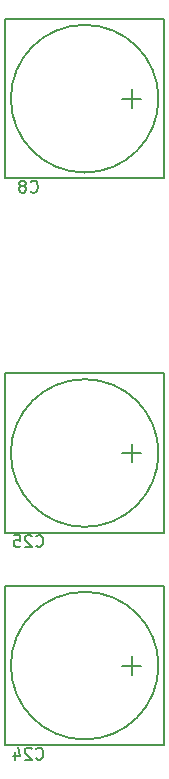
<source format=gbr>
G04 #@! TF.GenerationSoftware,KiCad,Pcbnew,5.0.2+dfsg1-1~bpo9+1*
G04 #@! TF.CreationDate,2019-06-05T17:15:04-04:00*
G04 #@! TF.ProjectId,SCARAMotorFeedbackController,53434152-414d-46f7-946f-724665656462,rev?*
G04 #@! TF.SameCoordinates,Original*
G04 #@! TF.FileFunction,Legend,Bot*
G04 #@! TF.FilePolarity,Positive*
%FSLAX46Y46*%
G04 Gerber Fmt 4.6, Leading zero omitted, Abs format (unit mm)*
G04 Created by KiCad (PCBNEW 5.0.2+dfsg1-1~bpo9+1) date Wed 05 Jun 2019 05:15:04 PM EDT*
%MOMM*%
%LPD*%
G01*
G04 APERTURE LIST*
%ADD10C,0.150000*%
G04 APERTURE END LIST*
D10*
G04 #@! TO.C,C8*
X70250000Y74250000D02*
X70250000Y87750000D01*
X70250000Y87750000D02*
X83750000Y87750000D01*
X83750000Y87750000D02*
X83750000Y74250000D01*
X83750000Y74250000D02*
X70250000Y74250000D01*
X83250000Y81000000D02*
G75*
G03X83250000Y81000000I-6250000J0D01*
G01*
X81800000Y81000000D02*
X80200000Y81000000D01*
X81000000Y80200000D02*
X81000000Y81800000D01*
G04 #@! TO.C,C24*
X81000000Y32200000D02*
X81000000Y33800000D01*
X81800000Y33000000D02*
X80200000Y33000000D01*
X83250000Y33000000D02*
G75*
G03X83250000Y33000000I-6250000J0D01*
G01*
X83750000Y26250000D02*
X70250000Y26250000D01*
X83750000Y39750000D02*
X83750000Y26250000D01*
X70250000Y39750000D02*
X83750000Y39750000D01*
X70250000Y26250000D02*
X70250000Y39750000D01*
G04 #@! TO.C,C25*
X70250000Y44250000D02*
X70250000Y57750000D01*
X70250000Y57750000D02*
X83750000Y57750000D01*
X83750000Y57750000D02*
X83750000Y44250000D01*
X83750000Y44250000D02*
X70250000Y44250000D01*
X83250000Y51000000D02*
G75*
G03X83250000Y51000000I-6250000J0D01*
G01*
X81800000Y51000000D02*
X80200000Y51000000D01*
X81000000Y50200000D02*
X81000000Y51800000D01*
G04 #@! TO.C,C8*
X72416666Y73142857D02*
X72464285Y73095238D01*
X72607142Y73047619D01*
X72702380Y73047619D01*
X72845238Y73095238D01*
X72940476Y73190476D01*
X72988095Y73285714D01*
X73035714Y73476190D01*
X73035714Y73619047D01*
X72988095Y73809523D01*
X72940476Y73904761D01*
X72845238Y74000000D01*
X72702380Y74047619D01*
X72607142Y74047619D01*
X72464285Y74000000D01*
X72416666Y73952380D01*
X71845238Y73619047D02*
X71940476Y73666666D01*
X71988095Y73714285D01*
X72035714Y73809523D01*
X72035714Y73857142D01*
X71988095Y73952380D01*
X71940476Y74000000D01*
X71845238Y74047619D01*
X71654761Y74047619D01*
X71559523Y74000000D01*
X71511904Y73952380D01*
X71464285Y73857142D01*
X71464285Y73809523D01*
X71511904Y73714285D01*
X71559523Y73666666D01*
X71654761Y73619047D01*
X71845238Y73619047D01*
X71940476Y73571428D01*
X71988095Y73523809D01*
X72035714Y73428571D01*
X72035714Y73238095D01*
X71988095Y73142857D01*
X71940476Y73095238D01*
X71845238Y73047619D01*
X71654761Y73047619D01*
X71559523Y73095238D01*
X71511904Y73142857D01*
X71464285Y73238095D01*
X71464285Y73428571D01*
X71511904Y73523809D01*
X71559523Y73571428D01*
X71654761Y73619047D01*
G04 #@! TO.C,C24*
X72892857Y25142857D02*
X72940476Y25095238D01*
X73083333Y25047619D01*
X73178571Y25047619D01*
X73321428Y25095238D01*
X73416666Y25190476D01*
X73464285Y25285714D01*
X73511904Y25476190D01*
X73511904Y25619047D01*
X73464285Y25809523D01*
X73416666Y25904761D01*
X73321428Y26000000D01*
X73178571Y26047619D01*
X73083333Y26047619D01*
X72940476Y26000000D01*
X72892857Y25952380D01*
X72511904Y25952380D02*
X72464285Y26000000D01*
X72369047Y26047619D01*
X72130952Y26047619D01*
X72035714Y26000000D01*
X71988095Y25952380D01*
X71940476Y25857142D01*
X71940476Y25761904D01*
X71988095Y25619047D01*
X72559523Y25047619D01*
X71940476Y25047619D01*
X71083333Y25714285D02*
X71083333Y25047619D01*
X71321428Y26095238D02*
X71559523Y25380952D01*
X70940476Y25380952D01*
G04 #@! TO.C,C25*
X72892857Y43142857D02*
X72940476Y43095238D01*
X73083333Y43047619D01*
X73178571Y43047619D01*
X73321428Y43095238D01*
X73416666Y43190476D01*
X73464285Y43285714D01*
X73511904Y43476190D01*
X73511904Y43619047D01*
X73464285Y43809523D01*
X73416666Y43904761D01*
X73321428Y44000000D01*
X73178571Y44047619D01*
X73083333Y44047619D01*
X72940476Y44000000D01*
X72892857Y43952380D01*
X72511904Y43952380D02*
X72464285Y44000000D01*
X72369047Y44047619D01*
X72130952Y44047619D01*
X72035714Y44000000D01*
X71988095Y43952380D01*
X71940476Y43857142D01*
X71940476Y43761904D01*
X71988095Y43619047D01*
X72559523Y43047619D01*
X71940476Y43047619D01*
X71035714Y44047619D02*
X71511904Y44047619D01*
X71559523Y43571428D01*
X71511904Y43619047D01*
X71416666Y43666666D01*
X71178571Y43666666D01*
X71083333Y43619047D01*
X71035714Y43571428D01*
X70988095Y43476190D01*
X70988095Y43238095D01*
X71035714Y43142857D01*
X71083333Y43095238D01*
X71178571Y43047619D01*
X71416666Y43047619D01*
X71511904Y43095238D01*
X71559523Y43142857D01*
G04 #@! TD*
M02*

</source>
